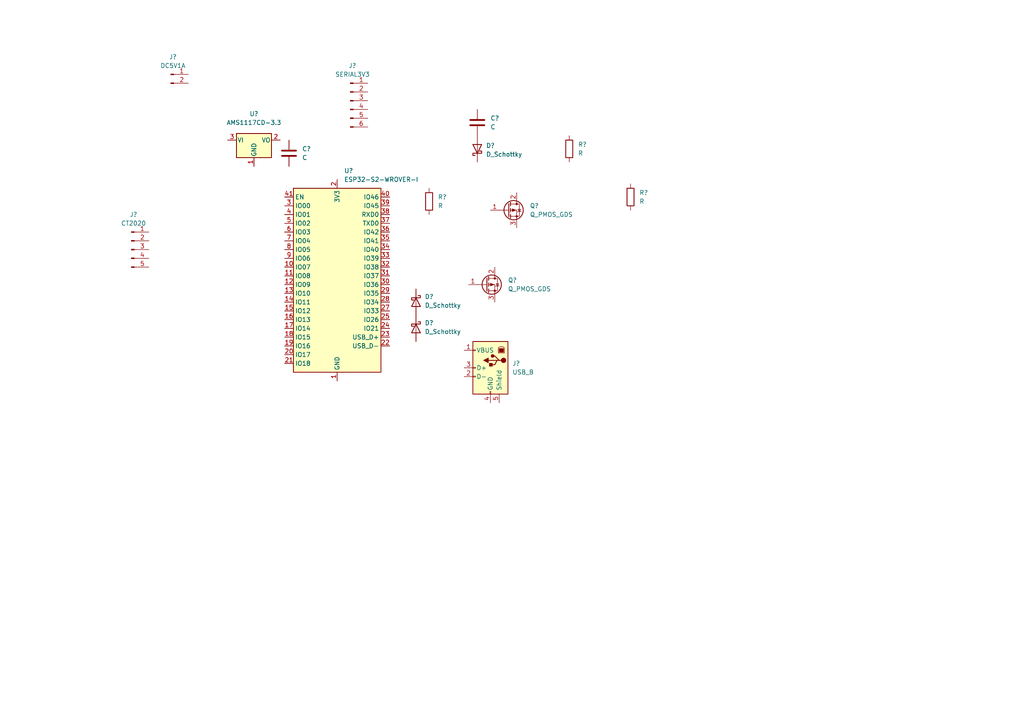
<source format=kicad_sch>
(kicad_sch (version 20211123) (generator eeschema)
  (paper "A4")
  (lib_symbols
    (symbol "Connector:Conn_01x02_Male" (pin_names (offset 1.016) hide)
      (property "Reference" "J" (at 0 2.54 0))
      (property "Value" "Conn_01x02_Male" (at 0 -5.08 0))
      (symbol "Conn_01x02_Male_1_1"
        (polyline (pts (xy 1.27 -2.54) (xy 0.8636 -2.54)) (stroke (width 0.1524)))
        (polyline (pts (xy 1.27 0) (xy 0.8636 0)) (stroke (width 0.1524)))
        (rectangle (start 0.8636 -2.413) (end 0 -2.667) (stroke (width 0.1524)) (fill (type outline)))
        (rectangle (start 0.8636 0.127) (end 0 -0.127) (stroke (width 0.1524)) (fill (type outline)))
        (pin passive line (at 5.08 0 180) (length 3.81) (name "Pin_1") (number "1"))
        (pin passive line (at 5.08 -2.54 180) (length 3.81) (name "Pin_2") (number "2"))
      )
    )
    (symbol "Connector:Conn_01x05_Male" (pin_names (offset 1.016) hide)
      (property "Reference" "J" (at 0 7.62 0))
      (property "Value" "Conn_01x05_Male" (at 0 -7.62 0))
      (symbol "Conn_01x05_Male_1_1"
        (polyline (pts (xy 1.27 -5.08) (xy 0.8636 -5.08)) (stroke (width 0.1524)))
        (polyline (pts (xy 1.27 -2.54) (xy 0.8636 -2.54)) (stroke (width 0.1524)))
        (polyline (pts (xy 1.27 0) (xy 0.8636 0)) (stroke (width 0.1524)))
        (polyline (pts (xy 1.27 2.54) (xy 0.8636 2.54)) (stroke (width 0.1524)))
        (polyline (pts (xy 1.27 5.08) (xy 0.8636 5.08)) (stroke (width 0.1524)))
        (rectangle (start 0.8636 -4.953) (end 0 -5.207) (stroke (width 0.1524)) (fill (type outline)))
        (rectangle (start 0.8636 -2.413) (end 0 -2.667) (stroke (width 0.1524)) (fill (type outline)))
        (rectangle (start 0.8636 0.127) (end 0 -0.127) (stroke (width 0.1524)) (fill (type outline)))
        (rectangle (start 0.8636 2.667) (end 0 2.413) (stroke (width 0.1524)) (fill (type outline)))
        (rectangle (start 0.8636 5.207) (end 0 4.953) (stroke (width 0.1524)) (fill (type outline)))
        (pin passive line (at 5.08 5.08 180) (length 3.81) (name "Pin_1") (number "1"))
        (pin passive line (at 5.08 2.54 180) (length 3.81) (name "Pin_2") (number "2"))
        (pin passive line (at 5.08 0 180) (length 3.81) (name "Pin_3") (number "3"))
        (pin passive line (at 5.08 -2.54 180) (length 3.81) (name "Pin_4") (number "4"))
        (pin passive line (at 5.08 -5.08 180) (length 3.81) (name "Pin_5") (number "5"))
      )
    )
    (symbol "Connector:Conn_01x06_Male" (pin_names (offset 1.016) hide)
      (property "Reference" "J" (at 0 7.62 0))
      (property "Value" "Conn_01x06_Male" (at 0 -10.16 0))
      (symbol "Conn_01x06_Male_1_1"
        (polyline (pts (xy 1.27 -7.62) (xy 0.8636 -7.62)) (stroke (width 0.1524)))
        (polyline (pts (xy 1.27 -5.08) (xy 0.8636 -5.08)) (stroke (width 0.1524)))
        (polyline (pts (xy 1.27 -2.54) (xy 0.8636 -2.54)) (stroke (width 0.1524)))
        (polyline (pts (xy 1.27 0) (xy 0.8636 0)) (stroke (width 0.1524)))
        (polyline (pts (xy 1.27 2.54) (xy 0.8636 2.54)) (stroke (width 0.1524)))
        (polyline (pts (xy 1.27 5.08) (xy 0.8636 5.08)) (stroke (width 0.1524)))
        (rectangle (start 0.8636 -7.493) (end 0 -7.747) (stroke (width 0.1524)) (fill (type outline)))
        (rectangle (start 0.8636 -4.953) (end 0 -5.207) (stroke (width 0.1524)) (fill (type outline)))
        (rectangle (start 0.8636 -2.413) (end 0 -2.667) (stroke (width 0.1524)) (fill (type outline)))
        (rectangle (start 0.8636 0.127) (end 0 -0.127) (stroke (width 0.1524)) (fill (type outline)))
        (rectangle (start 0.8636 2.667) (end 0 2.413) (stroke (width 0.1524)) (fill (type outline)))
        (rectangle (start 0.8636 5.207) (end 0 4.953) (stroke (width 0.1524)) (fill (type outline)))
        (pin passive line (at 5.08 5.08 180) (length 3.81) (name "Pin_1") (number "1"))
        (pin passive line (at 5.08 2.54 180) (length 3.81) (name "Pin_2") (number "2"))
        (pin passive line (at 5.08 0 180) (length 3.81) (name "Pin_3") (number "3"))
        (pin passive line (at 5.08 -2.54 180) (length 3.81) (name "Pin_4") (number "4"))
        (pin passive line (at 5.08 -5.08 180) (length 3.81) (name "Pin_5") (number "5"))
        (pin passive line (at 5.08 -7.62 180) (length 3.81) (name "Pin_6") (number "6"))
      )
    )
    (symbol "Connector:USB_B" (pin_names (offset 1.016))
      (property "Reference" "J" (at -5.08 11.43 0))
      (property "Value" "USB_B" (at -5.08 8.89 0))
      (symbol "USB_B_0_1"
        (rectangle (start -5.08 -7.62) (end 5.08 7.62) (stroke (width 0.254)) (fill (type background)))
        (circle (center -3.81 2.159) (radius 0.635) (stroke (width 0.254)) (fill (type outline)))
        (rectangle (start -3.81 5.588) (end -2.54 4.572) (fill (type outline)))
        (circle (center -0.635 3.429) (radius 0.381) (stroke (width 0.254)) (fill (type outline)))
        (rectangle (start -0.127 -7.62) (end 0.127 -6.858))
        (polyline (pts (xy -1.905 2.159) (xy 0.635 2.159)) (stroke (width 0.254)))
        (polyline (pts (xy -3.175 2.159) (xy -2.54 2.159) (xy -1.27 3.429) (xy -0.635 3.429)) (stroke (width 0.254)))
        (polyline (pts (xy -2.54 2.159) (xy -1.905 2.159) (xy -1.27 0.889) (xy 0 0.889)) (stroke (width 0.254)))
        (polyline (pts (xy 0.635 2.794) (xy 0.635 1.524) (xy 1.905 2.159) (xy 0.635 2.794)) (stroke (width 0.254)) (fill (type outline)))
        (polyline (pts (xy -4.064 4.318) (xy -2.286 4.318) (xy -2.286 5.715) (xy -2.667 6.096) (xy -3.683 6.096) (xy -4.064 5.715) (xy -4.064 4.318)))
        (rectangle (start 0.254 1.27) (end -0.508 0.508) (stroke (width 0.254)) (fill (type outline)))
        (rectangle (start 5.08 -2.667) (end 4.318 -2.413))
        (rectangle (start 5.08 -0.127) (end 4.318 0.127))
        (rectangle (start 5.08 4.953) (end 4.318 5.207))
      )
      (symbol "USB_B_1_1"
        (pin power_out line (at 7.62 5.08 180) (length 2.54) (name "VBUS") (number "1"))
        (pin bidirectional line (at 7.62 -2.54 180) (length 2.54) (name "D-") (number "2"))
        (pin bidirectional line (at 7.62 0 180) (length 2.54) (name "D+") (number "3"))
        (pin power_out line (at 0 -10.16 90) (length 2.54) (name "GND") (number "4"))
        (pin passive line (at -2.54 -10.16 90) (length 2.54) (name "Shield") (number "5"))
      )
    )
    (symbol "Device:C" (pin_numbers hide) (pin_names (offset 0.254))
      (property "Reference" "C" (at 0.635 2.54 0))
      (property "Value" "C" (at 0.635 -2.54 0))
      (symbol "C_0_1"
        (polyline (pts (xy -2.032 -0.762) (xy 2.032 -0.762)) (stroke (width 0.508)))
        (polyline (pts (xy -2.032 0.762) (xy 2.032 0.762)) (stroke (width 0.508)))
      )
      (symbol "C_1_1"
        (pin passive line (at 0 3.81 270) (length 2.794) (name "~") (number "1"))
        (pin passive line (at 0 -3.81 90) (length 2.794) (name "~") (number "2"))
      )
    )
    (symbol "Device:D_Schottky" (pin_numbers hide) (pin_names (offset 1.016) hide)
      (property "Reference" "D" (at 0 2.54 0))
      (property "Value" "D_Schottky" (at 0 -2.54 0))
      (symbol "D_Schottky_0_1"
        (polyline (pts (xy 1.27 0) (xy -1.27 0)))
        (polyline (pts (xy 1.27 1.27) (xy 1.27 -1.27) (xy -1.27 0) (xy 1.27 1.27)) (stroke (width 0.254)))
        (polyline (pts (xy -1.905 0.635) (xy -1.905 1.27) (xy -1.27 1.27) (xy -1.27 -1.27) (xy -0.635 -1.27) (xy -0.635 -0.635)) (stroke (width 0.254)))
      )
      (symbol "D_Schottky_1_1"
        (pin passive line (at -3.81 0 0) (length 2.54) (name "K") (number "1"))
        (pin passive line (at 3.81 0 180) (length 2.54) (name "A") (number "2"))
      )
    )
    (symbol "Device:Q_PMOS_GDS" (pin_names (offset 0) hide)
      (property "Reference" "Q" (at 5.08 1.27 0))
      (property "Value" "Q_PMOS_GDS" (at 5.08 -1.27 0))
      (symbol "Q_PMOS_GDS_0_1"
        (polyline (pts (xy 0.254 0) (xy -2.54 0)))
        (polyline (pts (xy 0.254 1.905) (xy 0.254 -1.905)) (stroke (width 0.254)))
        (polyline (pts (xy 0.762 -1.27) (xy 0.762 -2.286)) (stroke (width 0.254)))
        (polyline (pts (xy 0.762 0.508) (xy 0.762 -0.508)) (stroke (width 0.254)))
        (polyline (pts (xy 0.762 2.286) (xy 0.762 1.27)) (stroke (width 0.254)))
        (polyline (pts (xy 2.54 2.54) (xy 2.54 1.778)))
        (polyline (pts (xy 2.54 -2.54) (xy 2.54 0) (xy 0.762 0)))
        (polyline (pts (xy 0.762 1.778) (xy 3.302 1.778) (xy 3.302 -1.778) (xy 0.762 -1.778)))
        (polyline (pts (xy 2.286 0) (xy 1.27 0.381) (xy 1.27 -0.381) (xy 2.286 0)) (fill (type outline)))
        (polyline (pts (xy 2.794 -0.508) (xy 2.921 -0.381) (xy 3.683 -0.381) (xy 3.81 -0.254)))
        (polyline (pts (xy 3.302 -0.381) (xy 2.921 0.254) (xy 3.683 0.254) (xy 3.302 -0.381)))
        (circle (center 1.651 0) (radius 2.794) (stroke (width 0.254)))
        (circle (center 2.54 -1.778) (radius 0.254) (fill (type outline)))
        (circle (center 2.54 1.778) (radius 0.254) (fill (type outline)))
      )
      (symbol "Q_PMOS_GDS_1_1"
        (pin input line (at -5.08 0 0) (length 2.54) (name "G") (number "1"))
        (pin passive line (at 2.54 5.08 270) (length 2.54) (name "D") (number "2"))
        (pin passive line (at 2.54 -5.08 90) (length 2.54) (name "S") (number "3"))
      )
    )
    (symbol "Device:R" (pin_numbers hide) (pin_names (offset 0))
      (property "Reference" "R" (at 2.032 0 90))
      (property "Value" "R" (at 0 0 90))
      (symbol "R_0_1"
        (rectangle (start -1.016 -2.54) (end 1.016 2.54) (stroke (width 0.254)))
      )
      (symbol "R_1_1"
        (pin passive line (at 0 3.81 270) (length 1.27) (name "~") (number "1"))
        (pin passive line (at 0 -3.81 90) (length 1.27) (name "~") (number "2"))
      )
    )
    (symbol "RF_Module:ESP32-S2-WROVER-I"
      (property "Reference" "U" (at -12.7 29.21 0))
      (property "Value" "ESP32-S2-WROVER-I" (at 2.54 29.21 0))
      (symbol "ESP32-S2-WROVER-I_0_1"
        (rectangle (start -12.7 27.94) (end 12.7 -25.4) (stroke (width 0.254)) (fill (type background)))
      )
      (symbol "ESP32-S2-WROVER-I_1_1"
        (pin power_in line (at 0 -27.94 90) (length 2.54) (name "GND") (number "1"))
        (pin bidirectional line (at -15.24 5.08 0) (length 2.54) (name "IO07") (number "10"))
        (pin bidirectional line (at -15.24 2.54 0) (length 2.54) (name "IO08") (number "11"))
        (pin bidirectional line (at -15.24 0 0) (length 2.54) (name "IO09") (number "12"))
        (pin bidirectional line (at -15.24 -2.54 0) (length 2.54) (name "IO10") (number "13"))
        (pin bidirectional line (at -15.24 -5.08 0) (length 2.54) (name "IO11") (number "14"))
        (pin bidirectional line (at -15.24 -7.62 0) (length 2.54) (name "IO12") (number "15"))
        (pin bidirectional line (at -15.24 -10.16 0) (length 2.54) (name "IO13") (number "16"))
        (pin bidirectional line (at -15.24 -12.7 0) (length 2.54) (name "IO14") (number "17"))
        (pin bidirectional line (at -15.24 -15.24 0) (length 2.54) (name "IO15") (number "18"))
        (pin bidirectional line (at -15.24 -17.78 0) (length 2.54) (name "IO16") (number "19"))
        (pin power_in line (at 0 30.48 270) (length 2.54) (name "3V3") (number "2"))
        (pin bidirectional line (at -15.24 -20.32 0) (length 2.54) (name "IO17") (number "20"))
        (pin bidirectional line (at -15.24 -22.86 0) (length 2.54) (name "IO18") (number "21"))
        (pin bidirectional line (at 15.24 -17.78 180) (length 2.54) (name "USB_D-") (number "22"))
        (pin bidirectional line (at 15.24 -15.24 180) (length 2.54) (name "USB_D+") (number "23"))
        (pin bidirectional line (at 15.24 -12.7 180) (length 2.54) (name "IO21") (number "24"))
        (pin bidirectional line (at 15.24 -10.16 180) (length 2.54) (name "IO26") (number "25"))
        (pin passive line (at 0 -27.94 90) (length 2.54) hide (name "GND") (number "26"))
        (pin bidirectional line (at 15.24 -7.62 180) (length 2.54) (name "IO33") (number "27"))
        (pin bidirectional line (at 15.24 -5.08 180) (length 2.54) (name "IO34") (number "28"))
        (pin bidirectional line (at 15.24 -2.54 180) (length 2.54) (name "IO35") (number "29"))
        (pin bidirectional line (at -15.24 22.86 0) (length 2.54) (name "IO00") (number "3"))
        (pin bidirectional line (at 15.24 0 180) (length 2.54) (name "IO36") (number "30"))
        (pin bidirectional line (at 15.24 2.54 180) (length 2.54) (name "IO37") (number "31"))
        (pin bidirectional line (at 15.24 5.08 180) (length 2.54) (name "IO38") (number "32"))
        (pin bidirectional line (at 15.24 7.62 180) (length 2.54) (name "IO39") (number "33"))
        (pin bidirectional line (at 15.24 10.16 180) (length 2.54) (name "IO40") (number "34"))
        (pin bidirectional line (at 15.24 12.7 180) (length 2.54) (name "IO41") (number "35"))
        (pin bidirectional line (at 15.24 15.24 180) (length 2.54) (name "IO42") (number "36"))
        (pin bidirectional line (at 15.24 17.78 180) (length 2.54) (name "TXD0") (number "37"))
        (pin bidirectional line (at 15.24 20.32 180) (length 2.54) (name "RXD0") (number "38"))
        (pin bidirectional line (at 15.24 22.86 180) (length 2.54) (name "IO45") (number "39"))
        (pin bidirectional line (at -15.24 20.32 0) (length 2.54) (name "IO01") (number "4"))
        (pin input line (at 15.24 25.4 180) (length 2.54) (name "IO46") (number "40"))
        (pin input line (at -15.24 25.4 0) (length 2.54) (name "EN") (number "41"))
        (pin passive line (at 0 -27.94 90) (length 2.54) hide (name "GND") (number "42"))
        (pin passive line (at 0 -27.94 90) (length 2.54) hide (name "GND") (number "43"))
        (pin bidirectional line (at -15.24 17.78 0) (length 2.54) (name "IO02") (number "5"))
        (pin bidirectional line (at -15.24 15.24 0) (length 2.54) (name "IO03") (number "6"))
        (pin bidirectional line (at -15.24 12.7 0) (length 2.54) (name "IO04") (number "7"))
        (pin bidirectional line (at -15.24 10.16 0) (length 2.54) (name "IO05") (number "8"))
        (pin bidirectional line (at -15.24 7.62 0) (length 2.54) (name "IO06") (number "9"))
      )
    )
    (symbol "Regulator_Linear:AMS1117CD-3.3" (pin_names (offset 0.254))
      (property "Reference" "U" (at -3.81 3.175 0))
      (property "Value" "AMS1117CD-3.3" (at 0 3.175 0))
      (symbol "AMS1117CD-3.3_0_1"
        (rectangle (start -5.08 -5.08) (end 5.08 1.905) (stroke (width 0.254)) (fill (type background)))
      )
      (symbol "AMS1117CD-3.3_1_1"
        (pin power_in line (at 0 -7.62 90) (length 2.54) (name "GND") (number "1"))
        (pin power_out line (at 7.62 0 180) (length 2.54) (name "VO") (number "2"))
        (pin power_in line (at -7.62 0 0) (length 2.54) (name "VI") (number "3"))
      )
    )
  )
  (symbol (lib_id "Connector:Conn_01x02_Male") (at 49.53 21.59 0) (unit 1)
    (property "Reference" "J?" (at 50.165 16.51 0))
    (property "Value" "DC5V1A" (at 50.165 19.05 0))
  )
  (symbol (lib_id "Device:C") (at 138.43 35.56 0) (unit 1)
    (property "Reference" "C?" (at 142.24 34.2899 0) (effects (justify left)))
    (property "Value" "C" (at 142.24 36.8299 0) (effects (justify left)))
  )
  (symbol (lib_id "RF_Module:ESP32-S2-WROVER-I") (at 97.79 82.55 0) (unit 1)
    (property "Reference" "U?" (at 99.8094 49.53 0) (effects (justify left)))
    (property "Value" "ESP32-S2-WROVER-I" (at 99.8094 52.07 0) (effects (justify left)))
    (property "Footprint" "RF_Module:ESP32-S2-WROVER" (effects hide))
    (property "Datasheet" "https://www.espressif.com/sites/default/files/documentation/esp32-s2-wroom_esp32-s2-wroom-i_datasheet_en.pdf" (effects hide))
  )
  (symbol (lib_id "Connector:Conn_01x06_Male") (at 101.6 29.21 0) (unit 1)
    (property "Reference" "J?" (at 102.235 19.05 0))
    (property "Value" "SERIAL3V3" (at 102.235 21.59 0))
  )
  (symbol (lib_id "Device:D_Schottky") (at 120.65 95.25 270) (unit 1)
    (property "Reference" "D?" (at 123.19 93.6624 90) (effects (justify left)))
    (property "Value" "D_Schottky" (at 123.19 96.2024 90) (effects (justify left)))
  )
  (symbol (lib_id "Connector:USB_B") (at 142.24 106.68 0) (mirror y) (unit 1)
    (property "Reference" "J?" (at 148.59 105.4099 0) (effects (justify right)))
    (property "Value" "USB_B" (at 148.59 107.9499 0) (effects (justify right)))
    (property "Datasheet" " ~" (effects hide))
  )
  (symbol (lib_id "Device:Q_PMOS_GDS") (at 140.97 82.55 0) (unit 1)
    (property "Reference" "Q?" (at 147.32 81.2799 0) (effects (justify left)))
    (property "Value" "Q_PMOS_GDS" (at 147.32 83.8199 0) (effects (justify left)))
  )
  (symbol (lib_id "Device:R") (at 182.88 57.15 0) (unit 1)
    (property "Reference" "R?" (at 185.42 55.8799 0) (effects (justify left)))
    (property "Value" "R" (at 185.42 58.4199 0) (effects (justify left)))
  )
  (symbol (lib_id "Regulator_Linear:AMS1117CD-3.3") (at 73.66 40.64 0) (unit 1)
    (property "Reference" "U?" (at 73.66 33.02 0))
    (property "Value" "AMS1117CD-3.3" (at 73.66 35.56 0))
    (property "Footprint" "Package_TO_SOT_SMD:TO-252-3_TabPin2" (effects hide))
    (property "Datasheet" "http://www.advanced-monolithic.com/pdf/ds1117.pdf" (effects hide))
  )
  (symbol (lib_id "Device:R") (at 124.46 58.42 0) (unit 1)
    (property "Reference" "R?" (at 127 57.1499 0) (effects (justify left)))
    (property "Value" "R" (at 127 59.6899 0) (effects (justify left)))
  )
  (symbol (lib_id "Device:D_Schottky") (at 120.65 87.63 270) (unit 1)
    (property "Reference" "D?" (at 123.19 86.0424 90) (effects (justify left)))
    (property "Value" "D_Schottky" (at 123.19 88.5824 90) (effects (justify left)))
  )
  (symbol (lib_id "Device:R") (at 165.1 43.18 0) (unit 1)
    (property "Reference" "R?" (at 167.64 41.9099 0) (effects (justify left)))
    (property "Value" "R" (at 167.64 44.4499 0) (effects (justify left)))
  )
  (symbol (lib_id "Device:C") (at 83.82 44.45 0) (unit 1)
    (property "Reference" "C?" (at 87.63 43.1799 0) (effects (justify left)))
    (property "Value" "C" (at 87.63 45.7199 0) (effects (justify left)))
  )
  (symbol (lib_id "Device:D_Schottky") (at 138.43 43.18 90) (unit 1)
    (property "Reference" "D?" (at 140.97 42.2274 90) (effects (justify right)))
    (property "Value" "D_Schottky" (at 140.97 44.7674 90) (effects (justify right)))
  )
  (symbol (lib_id "Device:Q_PMOS_GDS") (at 147.32 60.96 0) (unit 1)
    (property "Reference" "Q?" (at 153.67 59.6899 0) (effects (justify left)))
    (property "Value" "Q_PMOS_GDS" (at 153.67 62.2299 0) (effects (justify left)))
  )
  (symbol (lib_id "Connector:Conn_01x05_Male") (at 38.1 72.39 0) (unit 1)
    (property "Reference" "J?" (at 38.735 62.23 0))
    (property "Value" "CT2020" (at 38.735 64.77 0))
  )
)
</source>
